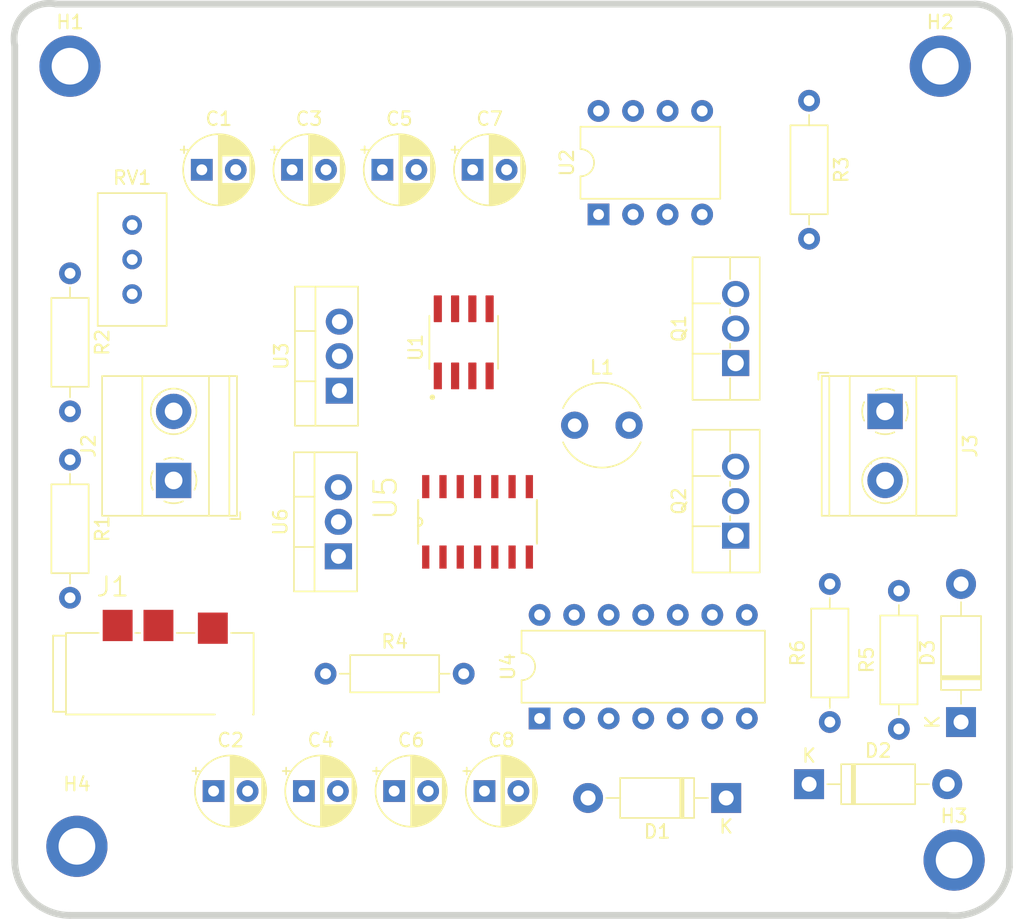
<source format=kicad_pcb>
(kicad_pcb (version 20221018) (generator pcbnew)
  (layers (0 "F.Cu" signal) (31 "B.Cu" signal) (34 "B.Paste" user) (35 "F.Paste" user) (36 "B.SilkS" user "B.Silkscreen") (37 "F.SilkS" user "F.Silkscreen") (38 "B.Mask" user) (39 "F.Mask" user) (44 "Edge.Cuts" user))
  (net 0 "")
  (net 1 "/2")
  (net 2 "GND")
  (net 3 "VCC")
  (net 4 "+5V")
  (net 5 "Net-(D1-K)")
  (net 6 "Net-(Q1-S)")
  (net 7 "+12V")
  (net 8 "Net-(J3-Pin_1)")
  (net 9 "Net-(D2-K)")
  (net 10 "Net-(D2-A)")
  (net 11 "Net-(D3-K)")
  (net 12 "Net-(D3-A)")
  (net 13 "Net-(J1-Pad3)")
  (net 14 "Net-(J1-Pad4)")
  (net 15 "Net-(U1-1IN+)")
  (net 16 "Net-(U2-Q)")
  (net 17 "Net-(U1-1OUT)")
  (net 23 "Net-(U4-COM)")
  (net 26 "Net-(U4-LIN)")
  (footprint "Capacitor_THT:CP_Radial_D5.0mm_P2.50mm" (layer "F.Cu") (at 81.427325 64.008)
    (fp_text reference "C7" (at 1.25 -3.75) (layer "F.SilkS"))
    (fp_text value "22uF")
    (pad "1" thru_hole rect (at 0 0) (size 1.6 1.6) (drill 0.8) (layers "*.Cu" "*.Mask") (net 5 "Net-(D1-K)"))
    (pad "2" thru_hole circle (at 2.5 0) (size 1.6 1.6) (drill 0.8) (layers "*.Cu" "*.Mask") (net 6 "Net-(Q1-S)"))
  )
  (footprint "Potentiometer_THT:Potentiometer_Bourns_3386C_Horizontal" (layer "F.Cu") (at 56.388 68.072)
    (fp_text reference "RV1" (at 0 -3.475) (layer "F.SilkS"))
    (fp_text value "10K")
    (pad "1" thru_hole circle (at 0 0) (size 1.44 1.44) (drill 0.8) (layers "*.Cu" "*.Mask") (net 4 "+5V"))
    (pad "2" thru_hole circle (at 0 2.54) (size 1.44 1.44) (drill 0.8) (layers "*.Cu" "*.Mask") (net 15 "Net-(U1-1IN+)"))
    (pad "3" thru_hole circle (at 0 5.08) (size 1.44 1.44) (drill 0.8) (layers "*.Cu" "*.Mask") (net 2 "GND"))
  )
  (footprint "Resistor_THT:R_Axial_DIN0207_L6.3mm_D2.5mm_P10.16mm_Horizontal" (layer "F.Cu") (at 112.776 105.156 90)
    (fp_text reference "R5" (at 5.08 -2.37 90) (layer "F.SilkS"))
    (fp_text value "10")
    (pad "1" thru_hole circle (at 0 0 90) (size 1.6 1.6) (drill 0.8) (layers "*.Cu" "*.Mask") (net 9 "Net-(D2-K)"))
    (pad "2" thru_hole oval (at 10.16 0 90) (size 1.6 1.6) (drill 0.8) (layers "*.Cu" "*.Mask") (net 10 "Net-(D2-A)"))
  )
  (footprint "Package_TO_SOT_THT:TO-220F-3_Vertical" (layer "F.Cu") (at 100.771 90.932 90)
    (fp_text reference "Q2" (at 2.54 -4.1675 90) (layer "F.SilkS"))
    (fp_text value "IRLIZ44N")
    (pad "1" thru_hole rect (at 0 0 90) (size 1.905 2) (drill 1.2) (layers "*.Cu" "*.Mask") (net 12 "Net-(D3-A)"))
    (pad "2" thru_hole oval (at 2.54 0 90) (size 1.905 2) (drill 1.2) (layers "*.Cu" "*.Mask") (net 6 "Net-(Q1-S)"))
    (pad "3" thru_hole oval (at 5.08 0 90) (size 1.905 2) (drill 1.2) (layers "*.Cu" "*.Mask") (net 2 "GND"))
  )
  (footprint "Diode_THT:D_DO-41_SOD81_P10.16mm_Horizontal" (layer "F.Cu") (at 100.076 110.236 180)
    (fp_text reference "D1" (at 5.08 -2.47) (layer "F.SilkS"))
    (fp_text value "1N4007")
    (fp_text user "K" (at 0 -2.1) (layer "F.SilkS"))
    (pad "1" thru_hole rect (at 0 0 180) (size 2.2 2.2) (drill 1.1) (layers "*.Cu" "*.Mask") (net 5 "Net-(D1-K)"))
    (pad "2" thru_hole oval (at 10.16 0 180) (size 2.2 2.2) (drill 1.1) (layers "*.Cu" "*.Mask") (net 7 "+12V"))
  )
  (footprint "Resistor_THT:R_Axial_DIN0207_L6.3mm_D2.5mm_P10.16mm_Horizontal" (layer "F.Cu") (at 107.696 104.648 90)
    (fp_text reference "R6" (at 5.08 -2.37 90) (layer "F.SilkS"))
    (fp_text value "10")
    (pad "1" thru_hole circle (at 0 0 90) (size 1.6 1.6) (drill 0.8) (layers "*.Cu" "*.Mask") (net 11 "Net-(D3-K)"))
    (pad "2" thru_hole oval (at 10.16 0 90) (size 1.6 1.6) (drill 0.8) (layers "*.Cu" "*.Mask") (net 12 "Net-(D3-A)"))
  )
  (footprint "Capacitor_THT:CP_Radial_D5.0mm_P2.50mm" (layer "F.Cu") (at 68.147775 64.008)
    (fp_text reference "C3" (at 1.25 -3.75) (layer "F.SilkS"))
    (fp_text value "47uF")
    (pad "1" thru_hole rect (at 0 0) (size 1.6 1.6) (drill 0.8) (layers "*.Cu" "*.Mask") (net 4 "+5V"))
    (pad "2" thru_hole circle (at 2.5 0) (size 1.6 1.6) (drill 0.8) (layers "*.Cu" "*.Mask") (net 2 "GND"))
  )
  (footprint "Package_DIP:DIP-14_W7.62mm" (layer "F.Cu") (at 86.355 104.384 90)
    (fp_text reference "U4" (at 3.81 -2.33 90) (layer "F.SilkS"))
    (fp_text value "IR2113")
    (pad "1" thru_hole rect (at 0 0 90) (size 1.6 1.6) (drill 0.8) (layers "*.Cu" "*.Mask") (net 11 "Net-(D3-K)"))
    (pad "2" thru_hole oval (at 0 2.54 90) (size 1.6 1.6) (drill 0.8) (layers "*.Cu" "*.Mask") (net 23 "Net-(U4-COM)"))
    (pad "3" thru_hole oval (at 0 5.08 90) (size 1.6 1.6) (drill 0.8) (layers "*.Cu" "*.Mask") (net 7 "+12V"))
    (pad "4" thru_hole oval (at 0 7.62 90) (size 1.6 1.6) (drill 0.8) (layers "*.Cu" "*.Mask"))
    (pad "5" thru_hole oval (at 0 10.16 90) (size 1.6 1.6) (drill 0.8) (layers "*.Cu" "*.Mask") (net 6 "Net-(Q1-S)"))
    (pad "6" thru_hole oval (at 0 12.7 90) (size 1.6 1.6) (drill 0.8) (layers "*.Cu" "*.Mask") (net 5 "Net-(D1-K)"))
    (pad "7" thru_hole oval (at 0 15.24 90) (size 1.6 1.6) (drill 0.8) (layers "*.Cu" "*.Mask") (net 9 "Net-(D2-K)"))
    (pad "8" thru_hole oval (at 7.62 15.24 90) (size 1.6 1.6) (drill 0.8) (layers "*.Cu" "*.Mask"))
    (pad "9" thru_hole oval (at 7.62 12.7 90) (size 1.6 1.6) (drill 0.8) (layers "*.Cu" "*.Mask") (net 4 "+5V"))
    (pad "10" thru_hole oval (at 7.62 10.16 90) (size 1.6 1.6) (drill 0.8) (layers "*.Cu" "*.Mask") (net 17 "Net-(U1-1OUT)"))
    (pad "11" thru_hole oval (at 7.62 7.62 90) (size 1.6 1.6) (drill 0.8) (layers "*.Cu" "*.Mask") (net 2 "GND"))
    (pad "12" thru_hole oval (at 7.62 5.08 90) (size 1.6 1.6) (drill 0.8) (layers "*.Cu" "*.Mask") (net 26 "Net-(U4-LIN)"))
    (pad "13" thru_hole oval (at 7.62 2.54 90) (size 1.6 1.6) (drill 0.8) (layers "*.Cu" "*.Mask") (net 23 "Net-(U4-COM)"))
    (pad "14" thru_hole oval (at 7.62 0 90) (size 1.6 1.6) (drill 0.8) (layers "*.Cu" "*.Mask"))
  )
  (footprint "Inductor_THT:L_Radial_D6.0mm_P4.00mm" (layer "F.Cu") (at 88.932 82.804)
    (fp_text reference "L1" (at 2 -4.25) (layer "F.SilkS"))
    (fp_text value "16.5H")
    (pad "1" thru_hole circle (at 0 0) (size 2 2) (drill 1) (layers "*.Cu" "*.Mask") (net 6 "Net-(Q1-S)"))
    (pad "2" thru_hole circle (at 4 0) (size 2 2) (drill 1) (layers "*.Cu" "*.Mask") (net 8 "Net-(J3-Pin_1)"))
  )
  (footprint "Custom_Library:SOIC127P600X175-14N" (layer "F.Cu") (at 81.788 89.916 90)
    (fp_text reference "U5" (at 1.756335 -6.770765 90) (layer "F.SilkS") (effects (font (size 1.643488 1.643488))))
    (fp_text value "74HC04D")
    (pad "1" smd rect (at -2.5908 -3.81 90) (size 1.7018 0.5334) (layers "F.Cu" "F.Paste" "F.Mask") (net 17 "Net-(U1-1OUT)"))
    (pad "2" smd rect (at -2.5908 -2.54 90) (size 1.7018 0.5334) (layers "F.Cu" "F.Paste" "F.Mask") (net 26 "Net-(U4-LIN)"))
    (pad "3" smd rect (at -2.5908 -1.27 90) (size 1.7018 0.5334) (layers "F.Cu" "F.Paste" "F.Mask"))
    (pad "4" smd rect (at -2.5908 0 90) (size 1.7018 0.5334) (layers "F.Cu" "F.Paste" "F.Mask"))
    (pad "5" smd rect (at -2.5908 1.27 90) (size 1.7018 0.5334) (layers "F.Cu" "F.Paste" "F.Mask"))
    (pad "6" smd rect (at -2.5908 2.54 90) (size 1.7018 0.5334) (layers "F.Cu" "F.Paste" "F.Mask"))
    (pad "7" smd rect (at -2.5908 3.81 90) (size 1.7018 0.5334) (layers "F.Cu" "F.Paste" "F.Mask") (net 2 "GND"))
    (pad "8" smd rect (at 2.5908 3.81 90) (size 1.7018 0.5334) (layers "F.Cu" "F.Paste" "F.Mask"))
    (pad "9" smd rect (at 2.5908 2.54 90) (size 1.7018 0.5334) (layers "F.Cu" "F.Paste" "F.Mask"))
    (pad "10" smd rect (at 2.5908 1.27 90) (size 1.7018 0.5334) (layers "F.Cu" "F.Paste" "F.Mask"))
    (pad "11" smd rect (at 2.5908 0 90) (size 1.7018 0.5334) (layers "F.Cu" "F.Paste" "F.Mask"))
    (pad "12" smd rect (at 2.5908 -1.27 90) (size 1.7018 0.5334) (layers "F.Cu" "F.Paste" "F.Mask"))
    (pad "13" smd rect (at 2.5908 -2.54 90) (size 1.7018 0.5334) (layers "F.Cu" "F.Paste" "F.Mask"))
    (pad "14" smd rect (at 2.5908 -3.81 90) (size 1.7018 0.5334) (layers "F.Cu" "F.Paste" "F.Mask") (net 4 "+5V"))
  )
  (footprint "Capacitor_THT:CP_Radial_D5.0mm_P2.50mm" (layer "F.Cu") (at 62.376675 109.728)
    (fp_text reference "C2" (at 1.25 -3.75) (layer "F.SilkS"))
    (fp_text value "47uF")
    (pad "1" thru_hole rect (at 0 0) (size 1.6 1.6) (drill 0.8) (layers "*.Cu" "*.Mask") (net 3 "VCC"))
    (pad "2" thru_hole circle (at 2.5 0) (size 1.6 1.6) (drill 0.8) (layers "*.Cu" "*.Mask") (net 2 "GND"))
  )
  (footprint "Package_TO_SOT_THT:TO-220-3_Vertical" (layer "F.Cu") (at 71.628 80.264 90)
    (fp_text reference "U3" (at 2.54 -4.27 90) (layer "F.SilkS"))
    (fp_text value "LM7805_TO220")
    (pad "1" thru_hole rect (at 0 0 90) (size 1.905 2) (drill 1.1) (layers "*.Cu" "*.Mask") (net 3 "VCC"))
    (pad "2" thru_hole oval (at 2.54 0 90) (size 1.905 2) (drill 1.1) (layers "*.Cu" "*.Mask") (net 2 "GND"))
    (pad "3" thru_hole oval (at 5.08 0 90) (size 1.905 2) (drill 1.1) (layers "*.Cu" "*.Mask") (net 4 "+5V"))
  )
  (footprint "Resistor_THT:R_Axial_DIN0207_L6.3mm_D2.5mm_P10.16mm_Horizontal" (layer "F.Cu") (at 51.816 85.344 -90)
    (fp_text reference "R1" (at 5.08 -2.37 90) (layer "F.SilkS"))
    (fp_text value "10K")
    (pad "1" thru_hole circle (at 0 0 270) (size 1.6 1.6) (drill 0.8) (layers "*.Cu" "*.Mask") (net 15 "Net-(U1-1IN+)"))
    (pad "2" thru_hole oval (at 10.16 0 270) (size 1.6 1.6) (drill 0.8) (layers "*.Cu" "*.Mask") (net 14 "Net-(J1-Pad4)"))
  )
  (footprint "Resistor_THT:R_Axial_DIN0207_L6.3mm_D2.5mm_P10.16mm_Horizontal" (layer "F.Cu") (at 51.816 71.628 -90)
    (fp_text reference "R2" (at 5.08 -2.37 90) (layer "F.SilkS"))
    (fp_text value "10K")
    (pad "1" thru_hole circle (at 0 0 270) (size 1.6 1.6) (drill 0.8) (layers "*.Cu" "*.Mask") (net 15 "Net-(U1-1IN+)"))
    (pad "2" thru_hole oval (at 10.16 0 270) (size 1.6 1.6) (drill 0.8) (layers "*.Cu" "*.Mask") (net 13 "Net-(J1-Pad3)"))
  )
  (footprint "Package_TO_SOT_THT:TO-220F-3_Vertical" (layer "F.Cu") (at 100.771 78.232 90)
    (fp_text reference "Q1" (at 2.54 -4.1675 90) (layer "F.SilkS"))
    (fp_text value "IRLIZ44N")
    (pad "1" thru_hole rect (at 0 0 90) (size 1.905 2) (drill 1.2) (layers "*.Cu" "*.Mask") (net 10 "Net-(D2-A)"))
    (pad "2" thru_hole oval (at 2.54 0 90) (size 1.905 2) (drill 1.2) (layers "*.Cu" "*.Mask") (net 3 "VCC"))
    (pad "3" thru_hole oval (at 5.08 0 90) (size 1.905 2) (drill 1.2) (layers "*.Cu" "*.Mask") (net 6 "Net-(Q1-S)"))
  )
  (footprint "Capacitor_THT:CP_Radial_D5.0mm_P2.50mm" (layer "F.Cu") (at 75.656225 109.728)
    (fp_text reference "C6" (at 1.25 -3.75) (layer "F.SilkS"))
    (fp_text value "47uF")
    (pad "1" thru_hole rect (at 0 0) (size 1.6 1.6) (drill 0.8) (layers "*.Cu" "*.Mask") (net 7 "+12V"))
    (pad "2" thru_hole circle (at 2.5 0) (size 1.6 1.6) (drill 0.8) (layers "*.Cu" "*.Mask") (net 2 "GND"))
  )
  (footprint "Diode_THT:D_DO-41_SOD81_P10.16mm_Horizontal" (layer "F.Cu") (at 106.172 109.22)
    (fp_text reference "D2" (at 5.08 -2.47) (layer "F.SilkS"))
    (fp_text value "1N4007")
    (fp_text user "K" (at 0 -2.1) (layer "F.SilkS"))
    (pad "1" thru_hole rect (at 0 0) (size 2.2 2.2) (drill 1.1) (layers "*.Cu" "*.Mask") (net 9 "Net-(D2-K)"))
    (pad "2" thru_hole oval (at 10.16 0) (size 2.2 2.2) (drill 1.1) (layers "*.Cu" "*.Mask") (net 10 "Net-(D2-A)"))
  )
  (footprint "MountingHole:MountingHole_2.7mm_M2.5_ISO7380_Pad_TopBottom" (layer "F.Cu") (at 116.84 114.808)
    (fp_text reference "H3" (at 0 -3.25) (layer "F.SilkS"))
    (fp_text value "MountingHole")
    (pad "1" thru_hole circle (at 0 0) (size 3.1 3.1) (drill 2.7) (layers "*.Cu" "*.Mask"))
    (pad "1" connect circle (at 0 0) (size 4.5 4.5) (layers "F.Cu" "F.Mask"))
    (pad "1" connect circle (at 0 0) (size 4.5 4.5) (layers "B.Cu" "B.Mask"))
  )
  (footprint "Custom_Library:CUI_SJ2-3573A2-SMT-TR" (layer "F.Cu") (at 58.42 101.092)
    (fp_text reference "J1" (at -3.46044 -6.39906) (layer "F.SilkS") (effects (font (size 1.402205 1.402205))))
    (fp_text value "SJ2-3573A2-SMT-TR")
    (pad "" np_thru_hole circle (at -4.6 0) (size 1.1 1.1) (drill 1.1) (layers "*.Cu" "*.Mask"))
    (pad "" np_thru_hole circle (at 2.4 -0.1) (size 1.1 1.1) (drill 1.1) (layers "*.Cu" "*.Mask"))
    (pad "2" smd rect (at 3.9 -3.35) (size 2.2 2.3) (layers "F.Cu" "F.Paste" "F.Mask") (net 2 "GND"))
    (pad "3" smd rect (at -0.1 -3.55) (size 2.2 2.3) (layers "F.Cu" "F.Paste" "F.Mask") (net 13 "Net-(J1-Pad3)"))
    (pad "4" smd rect (at -3.1 -3.55) (size 2.2 2.3) (layers "F.Cu" "F.Paste" "F.Mask") (net 14 "Net-(J1-Pad4)"))
  )
  (footprint "Capacitor_THT:CP_Radial_D5.0mm_P2.50mm" (layer "F.Cu") (at 74.78755 64.008)
    (fp_text reference "C5" (at 1.25 -3.75) (layer "F.SilkS"))
    (fp_text value "1nF")
    (pad "1" thru_hole rect (at 0 0) (size 1.6 1.6) (drill 0.8) (layers "*.Cu" "*.Mask") (net 5 "Net-(D1-K)"))
    (pad "2" thru_hole circle (at 2.5 0) (size 1.6 1.6) (drill 0.8) (layers "*.Cu" "*.Mask") (net 6 "Net-(Q1-S)"))
  )
  (footprint "Custom_Library:SOIC127P599X175-8N" (layer "F.Cu") (at 80.772 76.708 90)
    (fp_text reference "U1" (at -0.385 -3.537 90) (layer "F.SilkS"))
    (fp_text value "LM393D")
    (pad "1" smd roundrect (at -2.47 -1.905 90) (size 1.97 0.6) (layers "F.Cu" "F.Paste" "F.Mask") (roundrect_rratio 0.07) (net 17 "Net-(U1-1OUT)"))
    (pad "2" smd roundrect (at -2.47 -0.635 90) (size 1.97 0.6) (layers "F.Cu" "F.Paste" "F.Mask") (roundrect_rratio 0.07) (net 1 "/2"))
    (pad "3" smd roundrect (at -2.47 0.635 90) (size 1.97 0.6) (layers "F.Cu" "F.Paste" "F.Mask") (roundrect_rratio 0.07) (net 15 "Net-(U1-1IN+)"))
    (pad "4" smd roundrect (at -2.47 1.905 90) (size 1.97 0.6) (layers "F.Cu" "F.Paste" "F.Mask") (roundrect_rratio 0.07) (net 2 "GND"))
    (pad "5" smd roundrect (at 2.47 1.905 90) (size 1.97 0.6) (layers "F.Cu" "F.Paste" "F.Mask") (roundrect_rratio 0.07))
    (pad "6" smd roundrect (at 2.47 0.635 90) (size 1.97 0.6) (layers "F.Cu" "F.Paste" "F.Mask") (roundrect_rratio 0.07))
    (pad "7" smd roundrect (at 2.47 -0.635 90) (size 1.97 0.6) (layers "F.Cu" "F.Paste" "F.Mask") (roundrect_rratio 0.07))
    (pad "8" smd roundrect (at 2.47 -1.905 90) (size 1.97 0.6) (layers "F.Cu" "F.Paste" "F.Mask") (roundrect_rratio 0.07) (net 4 "+5V"))
  )
  (footprint "Resistor_THT:R_Axial_DIN0207_L6.3mm_D2.5mm_P10.16mm_Horizontal" (layer "F.Cu") (at 106.172 58.928 -90)
    (fp_text reference "R3" (at 5.08 -2.37 90) (layer "F.SilkS"))
    (fp_text value "2K")
    (pad "1" thru_hole circle (at 0 0 270) (size 1.6 1.6) (drill 0.8) (layers "*.Cu" "*.Mask") (net 1 "/2"))
    (pad "2" thru_hole oval (at 10.16 0 270) (size 1.6 1.6) (drill 0.8) (layers "*.Cu" "*.Mask") (net 16 "Net-(U2-Q)"))
  )
  (footprint "TerminalBlock_Phoenix:TerminalBlock_Phoenix_MKDS-1,5-2-5.08_1x02_P5.08mm_Horizontal" (layer "F.Cu") (at 111.76 81.788 -90)
    (fp_text reference "J3" (at 2.54 -6.26 90) (layer "F.SilkS"))
    (fp_text value "Power Terminal")
    (pad "1" thru_hole rect (at 0 0 270) (size 2.6 2.6) (drill 1.3) (layers "*.Cu" "*.Mask") (net 8 "Net-(J3-Pin_1)"))
    (pad "2" thru_hole circle (at 5.08 0 270) (size 2.6 2.6) (drill 1.3) (layers "*.Cu" "*.Mask") (net 2 "GND"))
  )
  (footprint "TerminalBlock_Phoenix:TerminalBlock_Phoenix_MKDS-1,5-2-5.08_1x02_P5.08mm_Horizontal" (layer "F.Cu") (at 59.436 86.868 90)
    (fp_text reference "J2" (at 2.54 -6.26 90) (layer "F.SilkS"))
    (fp_text value "Power Terminal")
    (pad "1" thru_hole rect (at 0 0 90) (size 2.6 2.6) (drill 1.3) (layers "*.Cu" "*.Mask") (net 3 "VCC"))
    (pad "2" thru_hole circle (at 5.08 0 90) (size 2.6 2.6) (drill 1.3) (layers "*.Cu" "*.Mask") (net 2 "GND"))
  )
  (footprint "MountingHole:MountingHole_2.7mm_M2.5_ISO7380_Pad_TopBottom" (layer "F.Cu") (at 52.324 113.792)
    (fp_text reference "H4" (at 0 -4.572) (layer "F.SilkS"))
    (fp_text value "MountingHole")
    (pad "1" thru_hole circle (at 0 0) (size 3.1 3.1) (drill 2.7) (layers "*.Cu" "*.Mask"))
    (pad "1" connect circle (at 0 0) (size 4.5 4.5) (layers "F.Cu" "F.Mask"))
    (pad "1" connect circle (at 0 0) (size 4.5 4.5) (layers "B.Cu" "B.Mask"))
  )
  (footprint "MountingHole:MountingHole_2.7mm_M2.5_ISO7380_Pad_TopBottom" (layer "F.Cu") (at 115.824 56.388)
    (fp_text reference "H2" (at 0 -3.25) (layer "F.SilkS"))
    (fp_text value "MountingHole")
    (pad "1" thru_hole circle (at 0 0) (size 3.1 3.1) (drill 2.7) (layers "*.Cu" "*.Mask"))
    (pad "1" connect circle (at 0 0) (size 4.5 4.5) (layers "F.Cu" "F.Mask"))
    (pad "1" connect circle (at 0 0) (size 4.5 4.5) (layers "B.Cu" "B.Mask"))
  )
  (footprint "MountingHole:MountingHole_2.7mm_M2.5_ISO7380_Pad_TopBottom" (layer "F.Cu") (at 51.816 56.388)
    (fp_text reference "H1" (at 0 -3.25) (layer "F.SilkS"))
    (fp_text value "MountingHole")
    (pad "1" thru_hole circle (at 0 0) (size 3.1 3.1) (drill 2.7) (layers "*.Cu" "*.Mask"))
    (pad "1" connect circle (at 0 0) (size 4.5 4.5) (layers "F.Cu" "F.Mask"))
    (pad "1" connect circle (at 0 0) (size 4.5 4.5) (layers "B.Cu" "B.Mask"))
  )
  (footprint "Capacitor_THT:CP_Radial_D5.0mm_P2.50mm" (layer "F.Cu") (at 61.508 64.008)
    (fp_text reference "C1" (at 1.25 -3.75) (layer "F.SilkS"))
    (fp_text value "1nF")
    (pad "1" thru_hole rect (at 0 0) (size 1.6 1.6) (drill 0.8) (layers "*.Cu" "*.Mask") (net 1 "/2"))
    (pad "2" thru_hole circle (at 2.5 0) (size 1.6 1.6) (drill 0.8) (layers "*.Cu" "*.Mask") (net 2 "GND"))
  )
  (footprint "Resistor_THT:R_Axial_DIN0207_L6.3mm_D2.5mm_P10.16mm_Horizontal" (layer "F.Cu") (at 70.612 101.092)
    (fp_text reference "R4" (at 5.08 -2.37) (layer "F.SilkS"))
    (fp_text value "10K")
    (pad "1" thru_hole circle (at 0 0) (size 1.6 1.6) (drill 0.8) (layers "*.Cu" "*.Mask") (net 4 "+5V"))
    (pad "2" thru_hole oval (at 10.16 0) (size 1.6 1.6) (drill 0.8) (layers "*.Cu" "*.Mask") (net 17 "Net-(U1-1OUT)"))
  )
  (footprint "Capacitor_THT:CP_Radial_D5.0mm_P2.50mm" (layer "F.Cu") (at 69.01645 109.728)
    (fp_text reference "C4" (at 1.25 -3.75) (layer "F.SilkS"))
    (fp_text value "220nF")
    (pad "1" thru_hole rect (at 0 0) (size 1.6 1.6) (drill 0.8) (layers "*.Cu" "*.Mask") (net 4 "+5V"))
    (pad "2" thru_hole circle (at 2.5 0) (size 1.6 1.6) (drill 0.8) (layers "*.Cu" "*.Mask") (net 2 "GND"))
  )
  (footprint "Package_TO_SOT_THT:TO-220-3_Vertical" (layer "F.Cu") (at 71.557 92.456 90)
    (fp_text reference "U6" (at 2.54 -4.27 90) (layer "F.SilkS"))
    (fp_text value "LM7812_TO220")
    (pad "1" thru_hole rect (at 0 0 90) (size 1.905 2) (drill 1.1) (layers "*.Cu" "*.Mask") (net 3 "VCC"))
    (pad "2" thru_hole oval (at 2.54 0 90) (size 1.905 2) (drill 1.1) (layers "*.Cu" "*.Mask") (net 2 "GND"))
    (pad "3" thru_hole oval (at 5.08 0 90) (size 1.905 2) (drill 1.1) (layers "*.Cu" "*.Mask") (net 7 "+12V"))
  )
  (footprint "Package_DIP:DIP-8_W7.62mm" (layer "F.Cu") (at 90.688 67.3 90)
    (fp_text reference "U2" (at 3.81 -2.33 90) (layer "F.SilkS"))
    (fp_text value "TLC555xP")
    (pad "1" thru_hole rect (at 0 0 90) (size 1.6 1.6) (drill 0.8) (layers "*.Cu" "*.Mask") (net 2 "GND"))
    (pad "2" thru_hole oval (at 0 2.54 90) (size 1.6 1.6) (drill 0.8) (layers "*.Cu" "*.Mask") (net 1 "/2"))
    (pad "3" thru_hole oval (at 0 5.08 90) (size 1.6 1.6) (drill 0.8) (layers "*.Cu" "*.Mask") (net 16 "Net-(U2-Q)"))
    (pad "4" thru_hole oval (at 0 7.62 90) (size 1.6 1.6) (drill 0.8) (layers "*.Cu" "*.Mask") (net 4 "+5V"))
    (pad "5" thru_hole oval (at 7.62 7.62 90) (size 1.6 1.6) (drill 0.8) (layers "*.Cu" "*.Mask"))
    (pad "6" thru_hole oval (at 7.62 5.08 90) (size 1.6 1.6) (drill 0.8) (layers "*.Cu" "*.Mask") (net 1 "/2"))
    (pad "7" thru_hole oval (at 7.62 2.54 90) (size 1.6 1.6) (drill 0.8) (layers "*.Cu" "*.Mask"))
    (pad "8" thru_hole oval (at 7.62 0 90) (size 1.6 1.6) (drill 0.8) (layers "*.Cu" "*.Mask") (net 4 "+5V"))
  )
  (footprint "Diode_THT:D_DO-41_SOD81_P10.16mm_Horizontal" (layer "F.Cu") (at 117.348 104.648 90)
    (fp_text reference "D3" (at 5.08 -2.47 90) (layer "F.SilkS"))
    (fp_text value "1N4007")
    (fp_text user "K" (at 0 -2.1 90) (layer "F.SilkS"))
    (pad "1" thru_hole rect (at 0 0 90) (size 2.2 2.2) (drill 1.1) (layers "*.Cu" "*.Mask") (net 11 "Net-(D3-K)"))
    (pad "2" thru_hole oval (at 10.16 0 90) (size 2.2 2.2) (drill 1.1) (layers "*.Cu" "*.Mask") (net 12 "Net-(D3-A)"))
  )
  (footprint "Capacitor_THT:CP_Radial_D5.0mm_P2.50mm" (layer "F.Cu") (at 82.296 109.728)
    (fp_text reference "C8" (at 1.25 -3.75) (layer "F.SilkS"))
    (fp_text value "1.1nF")
    (pad "1" thru_hole rect (at 0 0) (size 1.6 1.6) (drill 0.8) (layers "*.Cu" "*.Mask") (net 8 "Net-(J3-Pin_1)"))
    (pad "2" thru_hole circle (at 2.5 0) (size 1.6 1.6) (drill 0.8) (layers "*.Cu" "*.Mask") (net 2 "GND"))
  )
  (gr_arc (start 120.903999 115.316) (mid 119.354471 118.040891) (end 116.332 118.871999) (stroke (width 0.5)) (layer "Edge.Cuts"))
  (gr_arc (start 51.816 118.872) (mid 48.942318 117.681682) (end 47.752 114.808) (stroke (width 0.5)) (layer "Edge.Cuts"))
  (gr_line (start 50.8 51.816001) (end 118.364 51.816) (stroke (width 0.5)) (layer "Edge.Cuts"))
  (gr_line (start 120.904 54.356) (end 120.903999 115.316) (stroke (width 0.5)) (layer "Edge.Cuts"))
  (gr_arc (start 47.752001 54.864) (mid 48.460381 52.524381) (end 50.8 51.816001) (stroke (width 0.5)) (layer "Edge.Cuts"))
  (gr_line (start 116.332 118.871999) (end 51.816 118.872) (stroke (width 0.5)) (layer "Edge.Cuts"))
  (gr_line (start 47.752001 54.864) (end 47.752 114.808) (stroke (width 0.5)) (layer "Edge.Cuts"))
  (gr_arc (start 118.364 51.816) (mid 120.160051 52.559949) (end 120.904 54.356) (stroke (width 0.5)) (layer "Edge.Cuts"))
)
</source>
